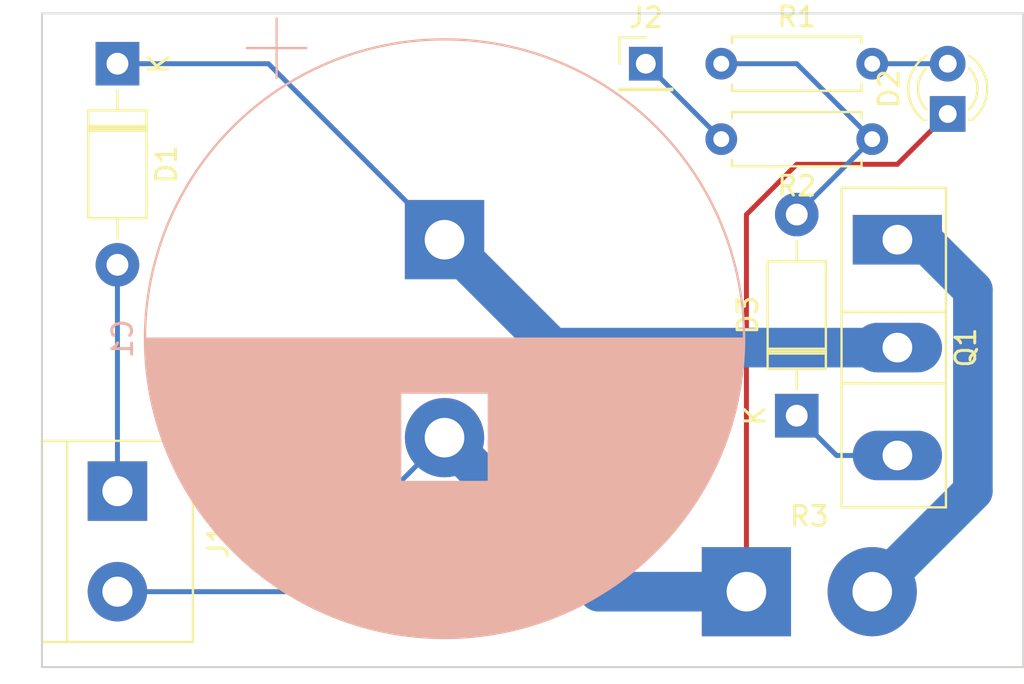
<source format=kicad_pcb>
(kicad_pcb (version 20171130) (host pcbnew "(5.1.4)-1")

  (general
    (thickness 1.6)
    (drawings 4)
    (tracks 24)
    (zones 0)
    (modules 10)
    (nets 9)
  )

  (page A4)
  (layers
    (0 F.Cu signal)
    (31 B.Cu signal)
    (32 B.Adhes user)
    (33 F.Adhes user)
    (34 B.Paste user)
    (35 F.Paste user)
    (36 B.SilkS user)
    (37 F.SilkS user)
    (38 B.Mask user)
    (39 F.Mask user)
    (40 Dwgs.User user)
    (41 Cmts.User user)
    (42 Eco1.User user)
    (43 Eco2.User user)
    (44 Edge.Cuts user)
    (45 Margin user)
    (46 B.CrtYd user)
    (47 F.CrtYd user)
    (48 B.Fab user)
    (49 F.Fab user)
  )

  (setup
    (last_trace_width 0.25)
    (user_trace_width 2)
    (trace_clearance 0.2)
    (zone_clearance 0.508)
    (zone_45_only no)
    (trace_min 0.2)
    (via_size 0.8)
    (via_drill 0.4)
    (via_min_size 0.4)
    (via_min_drill 0.3)
    (uvia_size 0.3)
    (uvia_drill 0.1)
    (uvias_allowed no)
    (uvia_min_size 0.2)
    (uvia_min_drill 0.1)
    (edge_width 0.1)
    (segment_width 0.2)
    (pcb_text_width 0.3)
    (pcb_text_size 1.5 1.5)
    (mod_edge_width 0.15)
    (mod_text_size 1 1)
    (mod_text_width 0.15)
    (pad_size 1.524 1.524)
    (pad_drill 0.762)
    (pad_to_mask_clearance 0)
    (aux_axis_origin 0 0)
    (visible_elements 7FFFFFFF)
    (pcbplotparams
      (layerselection 0x010fc_ffffffff)
      (usegerberextensions false)
      (usegerberattributes false)
      (usegerberadvancedattributes false)
      (creategerberjobfile false)
      (excludeedgelayer true)
      (linewidth 0.100000)
      (plotframeref false)
      (viasonmask false)
      (mode 1)
      (useauxorigin false)
      (hpglpennumber 1)
      (hpglpenspeed 20)
      (hpglpendiameter 15.000000)
      (psnegative false)
      (psa4output false)
      (plotreference true)
      (plotvalue true)
      (plotinvisibletext false)
      (padsonsilk false)
      (subtractmaskfromsilk false)
      (outputformat 1)
      (mirror false)
      (drillshape 1)
      (scaleselection 1)
      (outputdirectory ""))
  )

  (net 0 "")
  (net 1 GND)
  (net 2 "Net-(C1-Pad1)")
  (net 3 /RailPower+)
  (net 4 "Net-(D2-Pad2)")
  (net 5 "Net-(D3-Pad2)")
  (net 6 "Net-(D3-Pad1)")
  (net 7 /TriggerPower)
  (net 8 "Net-(Q1-Pad1)")

  (net_class Default "This is the default net class."
    (clearance 0.2)
    (trace_width 0.25)
    (via_dia 0.8)
    (via_drill 0.4)
    (uvia_dia 0.3)
    (uvia_drill 0.1)
    (add_net /RailPower+)
    (add_net /TriggerPower)
    (add_net GND)
    (add_net "Net-(C1-Pad1)")
    (add_net "Net-(D2-Pad2)")
    (add_net "Net-(D3-Pad1)")
    (add_net "Net-(D3-Pad2)")
    (add_net "Net-(Q1-Pad1)")
  )

  (module Package_TO_SOT_THT:TO-247-3_Vertical (layer F.Cu) (tedit 5AC86DC3) (tstamp 60B494BA)
    (at 148.59 97.79 270)
    (descr "TO-247-3, Vertical, RM 5.45mm, see https://toshiba.semicon-storage.com/us/product/mosfet/to-247-4l.html")
    (tags "TO-247-3 Vertical RM 5.45mm")
    (path /60A8CBFE)
    (fp_text reference Q1 (at 5.45 -3.45 90) (layer F.SilkS)
      (effects (font (size 1 1) (thickness 0.15)))
    )
    (fp_text value 70PT12DS (at 5.45 3.95 90) (layer F.Fab)
      (effects (font (size 1 1) (thickness 0.15)))
    )
    (fp_text user %R (at 5.45 -3.45 90) (layer F.Fab)
      (effects (font (size 1 1) (thickness 0.15)))
    )
    (fp_line (start 13.65 -2.59) (end -2.75 -2.59) (layer F.CrtYd) (width 0.05))
    (fp_line (start 13.65 2.95) (end 13.65 -2.59) (layer F.CrtYd) (width 0.05))
    (fp_line (start -2.75 2.95) (end 13.65 2.95) (layer F.CrtYd) (width 0.05))
    (fp_line (start -2.75 -2.59) (end -2.75 2.95) (layer F.CrtYd) (width 0.05))
    (fp_line (start 7.255 -2.451) (end 7.255 2.82) (layer F.SilkS) (width 0.12))
    (fp_line (start 3.646 -2.451) (end 3.646 2.82) (layer F.SilkS) (width 0.12))
    (fp_line (start 13.52 -2.451) (end 13.52 2.82) (layer F.SilkS) (width 0.12))
    (fp_line (start -2.62 -2.451) (end -2.62 2.82) (layer F.SilkS) (width 0.12))
    (fp_line (start -2.62 2.82) (end 13.52 2.82) (layer F.SilkS) (width 0.12))
    (fp_line (start -2.62 -2.451) (end 13.52 -2.451) (layer F.SilkS) (width 0.12))
    (fp_line (start 7.255 -2.33) (end 7.255 2.7) (layer F.Fab) (width 0.1))
    (fp_line (start 3.645 -2.33) (end 3.645 2.7) (layer F.Fab) (width 0.1))
    (fp_line (start 13.4 -2.33) (end -2.5 -2.33) (layer F.Fab) (width 0.1))
    (fp_line (start 13.4 2.7) (end 13.4 -2.33) (layer F.Fab) (width 0.1))
    (fp_line (start -2.5 2.7) (end 13.4 2.7) (layer F.Fab) (width 0.1))
    (fp_line (start -2.5 -2.33) (end -2.5 2.7) (layer F.Fab) (width 0.1))
    (pad 3 thru_hole oval (at 10.9 0 270) (size 2.5 4.5) (drill 1.5) (layers *.Cu *.Mask)
      (net 6 "Net-(D3-Pad1)"))
    (pad 2 thru_hole oval (at 5.45 0 270) (size 2.5 4.5) (drill 1.5) (layers *.Cu *.Mask)
      (net 2 "Net-(C1-Pad1)"))
    (pad 1 thru_hole rect (at 0 0 270) (size 2.5 4.5) (drill 1.5) (layers *.Cu *.Mask)
      (net 8 "Net-(Q1-Pad1)"))
    (model ${KISYS3DMOD}/Package_TO_SOT_THT.3dshapes/TO-247-3_Vertical.wrl
      (at (xyz 0 0 0))
      (scale (xyz 1 1 1))
      (rotate (xyz 0 0 0))
    )
  )

  (module Connector_Wire:SolderWirePad_1x02_P7.62mm_Drill2mm (layer F.Cu) (tedit 5AEE5F3D) (tstamp 60B494F3)
    (at 140.97 115.57)
    (descr "Wire solder connection")
    (tags connector)
    (path /60B48D7D)
    (attr virtual)
    (fp_text reference R3 (at 3.175 -3.81) (layer F.SilkS)
      (effects (font (size 1 1) (thickness 0.15)))
    )
    (fp_text value Rail (at 3.175 3.81) (layer F.Fab)
      (effects (font (size 1 1) (thickness 0.15)))
    )
    (fp_line (start 9.09 2.75) (end -2.75 2.75) (layer F.CrtYd) (width 0.05))
    (fp_line (start 9.09 2.75) (end 9.09 -2.75) (layer F.CrtYd) (width 0.05))
    (fp_line (start -2.75 -2.75) (end -2.75 2.75) (layer F.CrtYd) (width 0.05))
    (fp_line (start -2.75 -2.75) (end 9.09 -2.75) (layer F.CrtYd) (width 0.05))
    (fp_text user %R (at 3.175 0) (layer F.Fab)
      (effects (font (size 1 1) (thickness 0.15)))
    )
    (pad 2 thru_hole circle (at 6.35 0) (size 4.50088 4.50088) (drill 1.99898) (layers *.Cu *.Mask)
      (net 8 "Net-(Q1-Pad1)"))
    (pad 1 thru_hole rect (at 0 0) (size 4.50088 4.50088) (drill 1.99898) (layers *.Cu *.Mask)
      (net 1 GND))
  )

  (module Resistor_THT:R_Axial_DIN0207_L6.3mm_D2.5mm_P7.62mm_Horizontal (layer F.Cu) (tedit 5AE5139B) (tstamp 60B494E8)
    (at 147.32 92.71 180)
    (descr "Resistor, Axial_DIN0207 series, Axial, Horizontal, pin pitch=7.62mm, 0.25W = 1/4W, length*diameter=6.3*2.5mm^2, http://cdn-reichelt.de/documents/datenblatt/B400/1_4W%23YAG.pdf")
    (tags "Resistor Axial_DIN0207 series Axial Horizontal pin pitch 7.62mm 0.25W = 1/4W length 6.3mm diameter 2.5mm")
    (path /60B5919E)
    (fp_text reference R2 (at 3.81 -2.37) (layer F.SilkS)
      (effects (font (size 1 1) (thickness 0.15)))
    )
    (fp_text value 2.2K (at 3.81 2.37) (layer F.Fab)
      (effects (font (size 1 1) (thickness 0.15)))
    )
    (fp_text user %R (at 3.81 0) (layer F.Fab)
      (effects (font (size 1 1) (thickness 0.15)))
    )
    (fp_line (start 8.67 -1.5) (end -1.05 -1.5) (layer F.CrtYd) (width 0.05))
    (fp_line (start 8.67 1.5) (end 8.67 -1.5) (layer F.CrtYd) (width 0.05))
    (fp_line (start -1.05 1.5) (end 8.67 1.5) (layer F.CrtYd) (width 0.05))
    (fp_line (start -1.05 -1.5) (end -1.05 1.5) (layer F.CrtYd) (width 0.05))
    (fp_line (start 7.08 1.37) (end 7.08 1.04) (layer F.SilkS) (width 0.12))
    (fp_line (start 0.54 1.37) (end 7.08 1.37) (layer F.SilkS) (width 0.12))
    (fp_line (start 0.54 1.04) (end 0.54 1.37) (layer F.SilkS) (width 0.12))
    (fp_line (start 7.08 -1.37) (end 7.08 -1.04) (layer F.SilkS) (width 0.12))
    (fp_line (start 0.54 -1.37) (end 7.08 -1.37) (layer F.SilkS) (width 0.12))
    (fp_line (start 0.54 -1.04) (end 0.54 -1.37) (layer F.SilkS) (width 0.12))
    (fp_line (start 7.62 0) (end 6.96 0) (layer F.Fab) (width 0.1))
    (fp_line (start 0 0) (end 0.66 0) (layer F.Fab) (width 0.1))
    (fp_line (start 6.96 -1.25) (end 0.66 -1.25) (layer F.Fab) (width 0.1))
    (fp_line (start 6.96 1.25) (end 6.96 -1.25) (layer F.Fab) (width 0.1))
    (fp_line (start 0.66 1.25) (end 6.96 1.25) (layer F.Fab) (width 0.1))
    (fp_line (start 0.66 -1.25) (end 0.66 1.25) (layer F.Fab) (width 0.1))
    (pad 2 thru_hole oval (at 7.62 0 180) (size 1.6 1.6) (drill 0.8) (layers *.Cu *.Mask)
      (net 7 /TriggerPower))
    (pad 1 thru_hole circle (at 0 0 180) (size 1.6 1.6) (drill 0.8) (layers *.Cu *.Mask)
      (net 5 "Net-(D3-Pad2)"))
    (model ${KISYS3DMOD}/Resistor_THT.3dshapes/R_Axial_DIN0207_L6.3mm_D2.5mm_P7.62mm_Horizontal.wrl
      (at (xyz 0 0 0))
      (scale (xyz 1 1 1))
      (rotate (xyz 0 0 0))
    )
  )

  (module Resistor_THT:R_Axial_DIN0207_L6.3mm_D2.5mm_P7.62mm_Horizontal (layer F.Cu) (tedit 5AE5139B) (tstamp 60B494D1)
    (at 139.7 88.9)
    (descr "Resistor, Axial_DIN0207 series, Axial, Horizontal, pin pitch=7.62mm, 0.25W = 1/4W, length*diameter=6.3*2.5mm^2, http://cdn-reichelt.de/documents/datenblatt/B400/1_4W%23YAG.pdf")
    (tags "Resistor Axial_DIN0207 series Axial Horizontal pin pitch 7.62mm 0.25W = 1/4W length 6.3mm diameter 2.5mm")
    (path /5FB6F54D)
    (fp_text reference R1 (at 3.81 -2.37) (layer F.SilkS)
      (effects (font (size 1 1) (thickness 0.15)))
    )
    (fp_text value 2.2K (at 3.81 2.37) (layer F.Fab)
      (effects (font (size 1 1) (thickness 0.15)))
    )
    (fp_text user %R (at 3.81 0) (layer F.Fab)
      (effects (font (size 1 1) (thickness 0.15)))
    )
    (fp_line (start 8.67 -1.5) (end -1.05 -1.5) (layer F.CrtYd) (width 0.05))
    (fp_line (start 8.67 1.5) (end 8.67 -1.5) (layer F.CrtYd) (width 0.05))
    (fp_line (start -1.05 1.5) (end 8.67 1.5) (layer F.CrtYd) (width 0.05))
    (fp_line (start -1.05 -1.5) (end -1.05 1.5) (layer F.CrtYd) (width 0.05))
    (fp_line (start 7.08 1.37) (end 7.08 1.04) (layer F.SilkS) (width 0.12))
    (fp_line (start 0.54 1.37) (end 7.08 1.37) (layer F.SilkS) (width 0.12))
    (fp_line (start 0.54 1.04) (end 0.54 1.37) (layer F.SilkS) (width 0.12))
    (fp_line (start 7.08 -1.37) (end 7.08 -1.04) (layer F.SilkS) (width 0.12))
    (fp_line (start 0.54 -1.37) (end 7.08 -1.37) (layer F.SilkS) (width 0.12))
    (fp_line (start 0.54 -1.04) (end 0.54 -1.37) (layer F.SilkS) (width 0.12))
    (fp_line (start 7.62 0) (end 6.96 0) (layer F.Fab) (width 0.1))
    (fp_line (start 0 0) (end 0.66 0) (layer F.Fab) (width 0.1))
    (fp_line (start 6.96 -1.25) (end 0.66 -1.25) (layer F.Fab) (width 0.1))
    (fp_line (start 6.96 1.25) (end 6.96 -1.25) (layer F.Fab) (width 0.1))
    (fp_line (start 0.66 1.25) (end 6.96 1.25) (layer F.Fab) (width 0.1))
    (fp_line (start 0.66 -1.25) (end 0.66 1.25) (layer F.Fab) (width 0.1))
    (pad 2 thru_hole oval (at 7.62 0) (size 1.6 1.6) (drill 0.8) (layers *.Cu *.Mask)
      (net 4 "Net-(D2-Pad2)"))
    (pad 1 thru_hole circle (at 0 0) (size 1.6 1.6) (drill 0.8) (layers *.Cu *.Mask)
      (net 5 "Net-(D3-Pad2)"))
    (model ${KISYS3DMOD}/Resistor_THT.3dshapes/R_Axial_DIN0207_L6.3mm_D2.5mm_P7.62mm_Horizontal.wrl
      (at (xyz 0 0 0))
      (scale (xyz 1 1 1))
      (rotate (xyz 0 0 0))
    )
  )

  (module Connector_PinHeader_2.54mm:PinHeader_1x01_P2.54mm_Vertical (layer F.Cu) (tedit 59FED5CC) (tstamp 60B4949A)
    (at 135.89 88.9)
    (descr "Through hole straight pin header, 1x01, 2.54mm pitch, single row")
    (tags "Through hole pin header THT 1x01 2.54mm single row")
    (path /60B50223)
    (fp_text reference J2 (at 0 -2.33) (layer F.SilkS)
      (effects (font (size 1 1) (thickness 0.15)))
    )
    (fp_text value Trigger (at 0 2.33) (layer F.Fab)
      (effects (font (size 1 1) (thickness 0.15)))
    )
    (fp_text user %R (at 0 0 90) (layer F.Fab)
      (effects (font (size 1 1) (thickness 0.15)))
    )
    (fp_line (start 1.8 -1.8) (end -1.8 -1.8) (layer F.CrtYd) (width 0.05))
    (fp_line (start 1.8 1.8) (end 1.8 -1.8) (layer F.CrtYd) (width 0.05))
    (fp_line (start -1.8 1.8) (end 1.8 1.8) (layer F.CrtYd) (width 0.05))
    (fp_line (start -1.8 -1.8) (end -1.8 1.8) (layer F.CrtYd) (width 0.05))
    (fp_line (start -1.33 -1.33) (end 0 -1.33) (layer F.SilkS) (width 0.12))
    (fp_line (start -1.33 0) (end -1.33 -1.33) (layer F.SilkS) (width 0.12))
    (fp_line (start -1.33 1.27) (end 1.33 1.27) (layer F.SilkS) (width 0.12))
    (fp_line (start 1.33 1.27) (end 1.33 1.33) (layer F.SilkS) (width 0.12))
    (fp_line (start -1.33 1.27) (end -1.33 1.33) (layer F.SilkS) (width 0.12))
    (fp_line (start -1.33 1.33) (end 1.33 1.33) (layer F.SilkS) (width 0.12))
    (fp_line (start -1.27 -0.635) (end -0.635 -1.27) (layer F.Fab) (width 0.1))
    (fp_line (start -1.27 1.27) (end -1.27 -0.635) (layer F.Fab) (width 0.1))
    (fp_line (start 1.27 1.27) (end -1.27 1.27) (layer F.Fab) (width 0.1))
    (fp_line (start 1.27 -1.27) (end 1.27 1.27) (layer F.Fab) (width 0.1))
    (fp_line (start -0.635 -1.27) (end 1.27 -1.27) (layer F.Fab) (width 0.1))
    (pad 1 thru_hole rect (at 0 0) (size 1.7 1.7) (drill 1) (layers *.Cu *.Mask)
      (net 7 /TriggerPower))
    (model ${KISYS3DMOD}/Connector_PinHeader_2.54mm.3dshapes/PinHeader_1x01_P2.54mm_Vertical.wrl
      (at (xyz 0 0 0))
      (scale (xyz 1 1 1))
      (rotate (xyz 0 0 0))
    )
  )

  (module TerminalBlock:TerminalBlock_bornier-2_P5.08mm (layer F.Cu) (tedit 59FF03AB) (tstamp 60B49485)
    (at 109.22 110.49 270)
    (descr "simple 2-pin terminal block, pitch 5.08mm, revamped version of bornier2")
    (tags "terminal block bornier2")
    (path /5EEC620C)
    (fp_text reference J1 (at 2.54 -5.08 90) (layer F.SilkS)
      (effects (font (size 1 1) (thickness 0.15)))
    )
    (fp_text value "Coil Power" (at 2.54 5.08 90) (layer F.Fab)
      (effects (font (size 1 1) (thickness 0.15)))
    )
    (fp_line (start 7.79 4) (end -2.71 4) (layer F.CrtYd) (width 0.05))
    (fp_line (start 7.79 4) (end 7.79 -4) (layer F.CrtYd) (width 0.05))
    (fp_line (start -2.71 -4) (end -2.71 4) (layer F.CrtYd) (width 0.05))
    (fp_line (start -2.71 -4) (end 7.79 -4) (layer F.CrtYd) (width 0.05))
    (fp_line (start -2.54 3.81) (end 7.62 3.81) (layer F.SilkS) (width 0.12))
    (fp_line (start -2.54 -3.81) (end -2.54 3.81) (layer F.SilkS) (width 0.12))
    (fp_line (start 7.62 -3.81) (end -2.54 -3.81) (layer F.SilkS) (width 0.12))
    (fp_line (start 7.62 3.81) (end 7.62 -3.81) (layer F.SilkS) (width 0.12))
    (fp_line (start 7.62 2.54) (end -2.54 2.54) (layer F.SilkS) (width 0.12))
    (fp_line (start 7.54 -3.75) (end -2.46 -3.75) (layer F.Fab) (width 0.1))
    (fp_line (start 7.54 3.75) (end 7.54 -3.75) (layer F.Fab) (width 0.1))
    (fp_line (start -2.46 3.75) (end 7.54 3.75) (layer F.Fab) (width 0.1))
    (fp_line (start -2.46 -3.75) (end -2.46 3.75) (layer F.Fab) (width 0.1))
    (fp_line (start -2.41 2.55) (end 7.49 2.55) (layer F.Fab) (width 0.1))
    (fp_text user %R (at 2.54 0 90) (layer F.Fab)
      (effects (font (size 1 1) (thickness 0.15)))
    )
    (pad 2 thru_hole circle (at 5.08 0 270) (size 3 3) (drill 1.52) (layers *.Cu *.Mask)
      (net 1 GND))
    (pad 1 thru_hole rect (at 0 0 270) (size 3 3) (drill 1.52) (layers *.Cu *.Mask)
      (net 3 /RailPower+))
    (model ${KISYS3DMOD}/TerminalBlock.3dshapes/TerminalBlock_bornier-2_P5.08mm.wrl
      (offset (xyz 2.539999961853027 0 0))
      (scale (xyz 1 1 1))
      (rotate (xyz 0 0 0))
    )
  )

  (module Diode_THT:D_DO-41_SOD81_P10.16mm_Horizontal (layer F.Cu) (tedit 5AE50CD5) (tstamp 60B49470)
    (at 143.51 106.68 90)
    (descr "Diode, DO-41_SOD81 series, Axial, Horizontal, pin pitch=10.16mm, , length*diameter=5.2*2.7mm^2, , http://www.diodes.com/_files/packages/DO-41%20(Plastic).pdf")
    (tags "Diode DO-41_SOD81 series Axial Horizontal pin pitch 10.16mm  length 5.2mm diameter 2.7mm")
    (path /60AB2676)
    (fp_text reference D3 (at 5.08 -2.47 90) (layer F.SilkS)
      (effects (font (size 1 1) (thickness 0.15)))
    )
    (fp_text value 1N4007 (at 5.08 2.47 90) (layer F.Fab)
      (effects (font (size 1 1) (thickness 0.15)))
    )
    (fp_text user K (at 0 -2.1 90) (layer F.SilkS)
      (effects (font (size 1 1) (thickness 0.15)))
    )
    (fp_text user K (at 0 -2.1 90) (layer F.Fab)
      (effects (font (size 1 1) (thickness 0.15)))
    )
    (fp_text user %R (at 5.47 0 90) (layer F.Fab)
      (effects (font (size 1 1) (thickness 0.15)))
    )
    (fp_line (start 11.51 -1.6) (end -1.35 -1.6) (layer F.CrtYd) (width 0.05))
    (fp_line (start 11.51 1.6) (end 11.51 -1.6) (layer F.CrtYd) (width 0.05))
    (fp_line (start -1.35 1.6) (end 11.51 1.6) (layer F.CrtYd) (width 0.05))
    (fp_line (start -1.35 -1.6) (end -1.35 1.6) (layer F.CrtYd) (width 0.05))
    (fp_line (start 3.14 -1.47) (end 3.14 1.47) (layer F.SilkS) (width 0.12))
    (fp_line (start 3.38 -1.47) (end 3.38 1.47) (layer F.SilkS) (width 0.12))
    (fp_line (start 3.26 -1.47) (end 3.26 1.47) (layer F.SilkS) (width 0.12))
    (fp_line (start 8.82 0) (end 7.8 0) (layer F.SilkS) (width 0.12))
    (fp_line (start 1.34 0) (end 2.36 0) (layer F.SilkS) (width 0.12))
    (fp_line (start 7.8 -1.47) (end 2.36 -1.47) (layer F.SilkS) (width 0.12))
    (fp_line (start 7.8 1.47) (end 7.8 -1.47) (layer F.SilkS) (width 0.12))
    (fp_line (start 2.36 1.47) (end 7.8 1.47) (layer F.SilkS) (width 0.12))
    (fp_line (start 2.36 -1.47) (end 2.36 1.47) (layer F.SilkS) (width 0.12))
    (fp_line (start 3.16 -1.35) (end 3.16 1.35) (layer F.Fab) (width 0.1))
    (fp_line (start 3.36 -1.35) (end 3.36 1.35) (layer F.Fab) (width 0.1))
    (fp_line (start 3.26 -1.35) (end 3.26 1.35) (layer F.Fab) (width 0.1))
    (fp_line (start 10.16 0) (end 7.68 0) (layer F.Fab) (width 0.1))
    (fp_line (start 0 0) (end 2.48 0) (layer F.Fab) (width 0.1))
    (fp_line (start 7.68 -1.35) (end 2.48 -1.35) (layer F.Fab) (width 0.1))
    (fp_line (start 7.68 1.35) (end 7.68 -1.35) (layer F.Fab) (width 0.1))
    (fp_line (start 2.48 1.35) (end 7.68 1.35) (layer F.Fab) (width 0.1))
    (fp_line (start 2.48 -1.35) (end 2.48 1.35) (layer F.Fab) (width 0.1))
    (pad 2 thru_hole oval (at 10.16 0 90) (size 2.2 2.2) (drill 1.1) (layers *.Cu *.Mask)
      (net 5 "Net-(D3-Pad2)"))
    (pad 1 thru_hole rect (at 0 0 90) (size 2.2 2.2) (drill 1.1) (layers *.Cu *.Mask)
      (net 6 "Net-(D3-Pad1)"))
    (model ${KISYS3DMOD}/Diode_THT.3dshapes/D_DO-41_SOD81_P10.16mm_Horizontal.wrl
      (at (xyz 0 0 0))
      (scale (xyz 1 1 1))
      (rotate (xyz 0 0 0))
    )
  )

  (module LED_THT:LED_D3.0mm_FlatTop (layer F.Cu) (tedit 5880A862) (tstamp 60B49451)
    (at 151.13 91.44 90)
    (descr "LED, Round, FlatTop, diameter 3.0mm, 2 pins, http://www.kingbright.com/attachments/file/psearch/000/00/00/L-47XEC(Ver.9A).pdf")
    (tags "LED Round FlatTop diameter 3.0mm 2 pins")
    (path /5FC76E70)
    (fp_text reference D2 (at 1.27 -2.96 90) (layer F.SilkS)
      (effects (font (size 1 1) (thickness 0.15)))
    )
    (fp_text value LED (at 1.27 2.96 90) (layer F.Fab)
      (effects (font (size 1 1) (thickness 0.15)))
    )
    (fp_line (start 3.7 -2.25) (end -1.15 -2.25) (layer F.CrtYd) (width 0.05))
    (fp_line (start 3.7 2.25) (end 3.7 -2.25) (layer F.CrtYd) (width 0.05))
    (fp_line (start -1.15 2.25) (end 3.7 2.25) (layer F.CrtYd) (width 0.05))
    (fp_line (start -1.15 -2.25) (end -1.15 2.25) (layer F.CrtYd) (width 0.05))
    (fp_line (start -0.29 1.08) (end -0.29 1.236) (layer F.SilkS) (width 0.12))
    (fp_line (start -0.29 -1.236) (end -0.29 -1.08) (layer F.SilkS) (width 0.12))
    (fp_line (start -0.23 -1.16619) (end -0.23 1.16619) (layer F.Fab) (width 0.1))
    (fp_circle (center 1.27 0) (end 2.77 0) (layer F.Fab) (width 0.1))
    (fp_arc (start 1.27 0) (end 0.229039 1.08) (angle -87.9) (layer F.SilkS) (width 0.12))
    (fp_arc (start 1.27 0) (end 0.229039 -1.08) (angle 87.9) (layer F.SilkS) (width 0.12))
    (fp_arc (start 1.27 0) (end -0.29 1.235516) (angle -108.8) (layer F.SilkS) (width 0.12))
    (fp_arc (start 1.27 0) (end -0.29 -1.235516) (angle 108.8) (layer F.SilkS) (width 0.12))
    (fp_arc (start 1.27 0) (end -0.23 -1.16619) (angle 284.3) (layer F.Fab) (width 0.1))
    (pad 2 thru_hole circle (at 2.54 0 90) (size 1.8 1.8) (drill 0.9) (layers *.Cu *.Mask)
      (net 4 "Net-(D2-Pad2)"))
    (pad 1 thru_hole rect (at 0 0 90) (size 1.8 1.8) (drill 0.9) (layers *.Cu *.Mask)
      (net 1 GND))
    (model ${KISYS3DMOD}/LED_THT.3dshapes/LED_D3.0mm_FlatTop.wrl
      (at (xyz 0 0 0))
      (scale (xyz 1 1 1))
      (rotate (xyz 0 0 0))
    )
  )

  (module Diode_THT:D_DO-41_SOD81_P10.16mm_Horizontal (layer F.Cu) (tedit 5AE50CD5) (tstamp 60B4943E)
    (at 109.22 88.9 270)
    (descr "Diode, DO-41_SOD81 series, Axial, Horizontal, pin pitch=10.16mm, , length*diameter=5.2*2.7mm^2, , http://www.diodes.com/_files/packages/DO-41%20(Plastic).pdf")
    (tags "Diode DO-41_SOD81 series Axial Horizontal pin pitch 10.16mm  length 5.2mm diameter 2.7mm")
    (path /60A98C35)
    (fp_text reference D1 (at 5.08 -2.47 90) (layer F.SilkS)
      (effects (font (size 1 1) (thickness 0.15)))
    )
    (fp_text value 1N4007 (at 5.08 2.47 90) (layer F.Fab)
      (effects (font (size 1 1) (thickness 0.15)))
    )
    (fp_text user K (at 0 -2.1 90) (layer F.SilkS)
      (effects (font (size 1 1) (thickness 0.15)))
    )
    (fp_text user K (at 0 -2.1 90) (layer F.Fab)
      (effects (font (size 1 1) (thickness 0.15)))
    )
    (fp_text user %R (at 5.47 0 90) (layer F.Fab)
      (effects (font (size 1 1) (thickness 0.15)))
    )
    (fp_line (start 11.51 -1.6) (end -1.35 -1.6) (layer F.CrtYd) (width 0.05))
    (fp_line (start 11.51 1.6) (end 11.51 -1.6) (layer F.CrtYd) (width 0.05))
    (fp_line (start -1.35 1.6) (end 11.51 1.6) (layer F.CrtYd) (width 0.05))
    (fp_line (start -1.35 -1.6) (end -1.35 1.6) (layer F.CrtYd) (width 0.05))
    (fp_line (start 3.14 -1.47) (end 3.14 1.47) (layer F.SilkS) (width 0.12))
    (fp_line (start 3.38 -1.47) (end 3.38 1.47) (layer F.SilkS) (width 0.12))
    (fp_line (start 3.26 -1.47) (end 3.26 1.47) (layer F.SilkS) (width 0.12))
    (fp_line (start 8.82 0) (end 7.8 0) (layer F.SilkS) (width 0.12))
    (fp_line (start 1.34 0) (end 2.36 0) (layer F.SilkS) (width 0.12))
    (fp_line (start 7.8 -1.47) (end 2.36 -1.47) (layer F.SilkS) (width 0.12))
    (fp_line (start 7.8 1.47) (end 7.8 -1.47) (layer F.SilkS) (width 0.12))
    (fp_line (start 2.36 1.47) (end 7.8 1.47) (layer F.SilkS) (width 0.12))
    (fp_line (start 2.36 -1.47) (end 2.36 1.47) (layer F.SilkS) (width 0.12))
    (fp_line (start 3.16 -1.35) (end 3.16 1.35) (layer F.Fab) (width 0.1))
    (fp_line (start 3.36 -1.35) (end 3.36 1.35) (layer F.Fab) (width 0.1))
    (fp_line (start 3.26 -1.35) (end 3.26 1.35) (layer F.Fab) (width 0.1))
    (fp_line (start 10.16 0) (end 7.68 0) (layer F.Fab) (width 0.1))
    (fp_line (start 0 0) (end 2.48 0) (layer F.Fab) (width 0.1))
    (fp_line (start 7.68 -1.35) (end 2.48 -1.35) (layer F.Fab) (width 0.1))
    (fp_line (start 7.68 1.35) (end 7.68 -1.35) (layer F.Fab) (width 0.1))
    (fp_line (start 2.48 1.35) (end 7.68 1.35) (layer F.Fab) (width 0.1))
    (fp_line (start 2.48 -1.35) (end 2.48 1.35) (layer F.Fab) (width 0.1))
    (pad 2 thru_hole oval (at 10.16 0 270) (size 2.2 2.2) (drill 1.1) (layers *.Cu *.Mask)
      (net 3 /RailPower+))
    (pad 1 thru_hole rect (at 0 0 270) (size 2.2 2.2) (drill 1.1) (layers *.Cu *.Mask)
      (net 2 "Net-(C1-Pad1)"))
    (model ${KISYS3DMOD}/Diode_THT.3dshapes/D_DO-41_SOD81_P10.16mm_Horizontal.wrl
      (at (xyz 0 0 0))
      (scale (xyz 1 1 1))
      (rotate (xyz 0 0 0))
    )
  )

  (module Capacitor_THT:CP_Radial_D30.0mm_P10.00mm_SnapIn (layer B.Cu) (tedit 5AE50EF1) (tstamp 60B4941F)
    (at 125.73 97.79 270)
    (descr "CP, Radial series, Radial, pin pitch=10.00mm, , diameter=30mm, Electrolytic Capacitor, , http://www.vishay.com/docs/28342/058059pll-si.pdf")
    (tags "CP Radial series Radial pin pitch 10.00mm  diameter 30mm Electrolytic Capacitor")
    (path /5FB37B3C)
    (fp_text reference C1 (at 5 16.25 270) (layer B.SilkS)
      (effects (font (size 1 1) (thickness 0.15)) (justify mirror))
    )
    (fp_text value "1000uF 450V" (at 5 -16.25 270) (layer B.Fab)
      (effects (font (size 1 1) (thickness 0.15)) (justify mirror))
    )
    (fp_text user %R (at 5 0 270) (layer B.Fab)
      (effects (font (size 1 1) (thickness 0.15)) (justify mirror))
    )
    (fp_line (start -9.679131 9.975) (end -9.679131 6.975) (layer B.SilkS) (width 0.12))
    (fp_line (start -11.179131 8.475) (end -8.179131 8.475) (layer B.SilkS) (width 0.12))
    (fp_line (start 20.12 0.04) (end 20.12 -0.04) (layer B.SilkS) (width 0.12))
    (fp_line (start 20.08 1.06) (end 20.08 -1.06) (layer B.SilkS) (width 0.12))
    (fp_line (start 20.04 1.514) (end 20.04 -1.514) (layer B.SilkS) (width 0.12))
    (fp_line (start 20 1.862) (end 20 -1.862) (layer B.SilkS) (width 0.12))
    (fp_line (start 19.96 2.154) (end 19.96 -2.154) (layer B.SilkS) (width 0.12))
    (fp_line (start 19.92 2.412) (end 19.92 -2.412) (layer B.SilkS) (width 0.12))
    (fp_line (start 19.88 2.644) (end 19.88 -2.644) (layer B.SilkS) (width 0.12))
    (fp_line (start 19.84 2.857) (end 19.84 -2.857) (layer B.SilkS) (width 0.12))
    (fp_line (start 19.8 3.055) (end 19.8 -3.055) (layer B.SilkS) (width 0.12))
    (fp_line (start 19.76 3.24) (end 19.76 -3.24) (layer B.SilkS) (width 0.12))
    (fp_line (start 19.72 3.415) (end 19.72 -3.415) (layer B.SilkS) (width 0.12))
    (fp_line (start 19.68 3.582) (end 19.68 -3.582) (layer B.SilkS) (width 0.12))
    (fp_line (start 19.64 3.74) (end 19.64 -3.74) (layer B.SilkS) (width 0.12))
    (fp_line (start 19.6 3.892) (end 19.6 -3.892) (layer B.SilkS) (width 0.12))
    (fp_line (start 19.56 4.037) (end 19.56 -4.037) (layer B.SilkS) (width 0.12))
    (fp_line (start 19.52 4.178) (end 19.52 -4.178) (layer B.SilkS) (width 0.12))
    (fp_line (start 19.48 4.313) (end 19.48 -4.313) (layer B.SilkS) (width 0.12))
    (fp_line (start 19.44 4.444) (end 19.44 -4.444) (layer B.SilkS) (width 0.12))
    (fp_line (start 19.4 4.571) (end 19.4 -4.571) (layer B.SilkS) (width 0.12))
    (fp_line (start 19.36 4.694) (end 19.36 -4.694) (layer B.SilkS) (width 0.12))
    (fp_line (start 19.32 4.814) (end 19.32 -4.814) (layer B.SilkS) (width 0.12))
    (fp_line (start 19.28 4.93) (end 19.28 -4.93) (layer B.SilkS) (width 0.12))
    (fp_line (start 19.24 5.043) (end 19.24 -5.043) (layer B.SilkS) (width 0.12))
    (fp_line (start 19.2 5.154) (end 19.2 -5.154) (layer B.SilkS) (width 0.12))
    (fp_line (start 19.16 5.262) (end 19.16 -5.262) (layer B.SilkS) (width 0.12))
    (fp_line (start 19.12 5.368) (end 19.12 -5.368) (layer B.SilkS) (width 0.12))
    (fp_line (start 19.08 5.471) (end 19.08 -5.471) (layer B.SilkS) (width 0.12))
    (fp_line (start 19.04 5.572) (end 19.04 -5.572) (layer B.SilkS) (width 0.12))
    (fp_line (start 19 5.671) (end 19 -5.671) (layer B.SilkS) (width 0.12))
    (fp_line (start 18.96 5.768) (end 18.96 -5.768) (layer B.SilkS) (width 0.12))
    (fp_line (start 18.92 5.864) (end 18.92 -5.864) (layer B.SilkS) (width 0.12))
    (fp_line (start 18.88 5.957) (end 18.88 -5.957) (layer B.SilkS) (width 0.12))
    (fp_line (start 18.84 6.049) (end 18.84 -6.049) (layer B.SilkS) (width 0.12))
    (fp_line (start 18.8 6.139) (end 18.8 -6.139) (layer B.SilkS) (width 0.12))
    (fp_line (start 18.76 6.228) (end 18.76 -6.228) (layer B.SilkS) (width 0.12))
    (fp_line (start 18.72 6.315) (end 18.72 -6.315) (layer B.SilkS) (width 0.12))
    (fp_line (start 18.68 6.4) (end 18.68 -6.4) (layer B.SilkS) (width 0.12))
    (fp_line (start 18.64 6.485) (end 18.64 -6.485) (layer B.SilkS) (width 0.12))
    (fp_line (start 18.6 6.568) (end 18.6 -6.568) (layer B.SilkS) (width 0.12))
    (fp_line (start 18.56 6.649) (end 18.56 -6.649) (layer B.SilkS) (width 0.12))
    (fp_line (start 18.52 6.73) (end 18.52 -6.73) (layer B.SilkS) (width 0.12))
    (fp_line (start 18.48 6.809) (end 18.48 -6.809) (layer B.SilkS) (width 0.12))
    (fp_line (start 18.44 6.887) (end 18.44 -6.887) (layer B.SilkS) (width 0.12))
    (fp_line (start 18.4 6.964) (end 18.4 -6.964) (layer B.SilkS) (width 0.12))
    (fp_line (start 18.36 7.04) (end 18.36 -7.04) (layer B.SilkS) (width 0.12))
    (fp_line (start 18.32 7.115) (end 18.32 -7.115) (layer B.SilkS) (width 0.12))
    (fp_line (start 18.28 7.189) (end 18.28 -7.189) (layer B.SilkS) (width 0.12))
    (fp_line (start 18.24 7.262) (end 18.24 -7.262) (layer B.SilkS) (width 0.12))
    (fp_line (start 18.2 7.334) (end 18.2 -7.334) (layer B.SilkS) (width 0.12))
    (fp_line (start 18.16 7.406) (end 18.16 -7.406) (layer B.SilkS) (width 0.12))
    (fp_line (start 18.12 7.476) (end 18.12 -7.476) (layer B.SilkS) (width 0.12))
    (fp_line (start 18.08 7.545) (end 18.08 -7.545) (layer B.SilkS) (width 0.12))
    (fp_line (start 18.04 7.614) (end 18.04 -7.614) (layer B.SilkS) (width 0.12))
    (fp_line (start 18 7.682) (end 18 -7.682) (layer B.SilkS) (width 0.12))
    (fp_line (start 17.96 7.748) (end 17.96 -7.748) (layer B.SilkS) (width 0.12))
    (fp_line (start 17.92 7.815) (end 17.92 -7.815) (layer B.SilkS) (width 0.12))
    (fp_line (start 17.88 7.88) (end 17.88 -7.88) (layer B.SilkS) (width 0.12))
    (fp_line (start 17.84 7.945) (end 17.84 -7.945) (layer B.SilkS) (width 0.12))
    (fp_line (start 17.8 8.009) (end 17.8 -8.009) (layer B.SilkS) (width 0.12))
    (fp_line (start 17.76 8.072) (end 17.76 -8.072) (layer B.SilkS) (width 0.12))
    (fp_line (start 17.72 8.135) (end 17.72 -8.135) (layer B.SilkS) (width 0.12))
    (fp_line (start 17.68 8.197) (end 17.68 -8.197) (layer B.SilkS) (width 0.12))
    (fp_line (start 17.64 8.258) (end 17.64 -8.258) (layer B.SilkS) (width 0.12))
    (fp_line (start 17.6 8.318) (end 17.6 -8.318) (layer B.SilkS) (width 0.12))
    (fp_line (start 17.56 8.378) (end 17.56 -8.378) (layer B.SilkS) (width 0.12))
    (fp_line (start 17.52 8.438) (end 17.52 -8.438) (layer B.SilkS) (width 0.12))
    (fp_line (start 17.48 8.497) (end 17.48 -8.497) (layer B.SilkS) (width 0.12))
    (fp_line (start 17.44 8.555) (end 17.44 -8.555) (layer B.SilkS) (width 0.12))
    (fp_line (start 17.4 8.612) (end 17.4 -8.612) (layer B.SilkS) (width 0.12))
    (fp_line (start 17.36 8.669) (end 17.36 -8.669) (layer B.SilkS) (width 0.12))
    (fp_line (start 17.32 8.726) (end 17.32 -8.726) (layer B.SilkS) (width 0.12))
    (fp_line (start 17.28 8.782) (end 17.28 -8.782) (layer B.SilkS) (width 0.12))
    (fp_line (start 17.24 8.837) (end 17.24 -8.837) (layer B.SilkS) (width 0.12))
    (fp_line (start 17.2 8.892) (end 17.2 -8.892) (layer B.SilkS) (width 0.12))
    (fp_line (start 17.16 8.947) (end 17.16 -8.947) (layer B.SilkS) (width 0.12))
    (fp_line (start 17.12 9) (end 17.12 -9) (layer B.SilkS) (width 0.12))
    (fp_line (start 17.08 9.054) (end 17.08 -9.054) (layer B.SilkS) (width 0.12))
    (fp_line (start 17.04 9.107) (end 17.04 -9.107) (layer B.SilkS) (width 0.12))
    (fp_line (start 17 9.159) (end 17 -9.159) (layer B.SilkS) (width 0.12))
    (fp_line (start 16.96 9.211) (end 16.96 -9.211) (layer B.SilkS) (width 0.12))
    (fp_line (start 16.92 9.263) (end 16.92 -9.263) (layer B.SilkS) (width 0.12))
    (fp_line (start 16.88 9.314) (end 16.88 -9.314) (layer B.SilkS) (width 0.12))
    (fp_line (start 16.84 9.364) (end 16.84 -9.364) (layer B.SilkS) (width 0.12))
    (fp_line (start 16.8 9.414) (end 16.8 -9.414) (layer B.SilkS) (width 0.12))
    (fp_line (start 16.76 9.464) (end 16.76 -9.464) (layer B.SilkS) (width 0.12))
    (fp_line (start 16.72 9.513) (end 16.72 -9.513) (layer B.SilkS) (width 0.12))
    (fp_line (start 16.68 9.562) (end 16.68 -9.562) (layer B.SilkS) (width 0.12))
    (fp_line (start 16.64 9.611) (end 16.64 -9.611) (layer B.SilkS) (width 0.12))
    (fp_line (start 16.6 9.659) (end 16.6 -9.659) (layer B.SilkS) (width 0.12))
    (fp_line (start 16.56 9.706) (end 16.56 -9.706) (layer B.SilkS) (width 0.12))
    (fp_line (start 16.52 9.754) (end 16.52 -9.754) (layer B.SilkS) (width 0.12))
    (fp_line (start 16.48 9.8) (end 16.48 -9.8) (layer B.SilkS) (width 0.12))
    (fp_line (start 16.44 9.847) (end 16.44 -9.847) (layer B.SilkS) (width 0.12))
    (fp_line (start 16.4 9.893) (end 16.4 -9.893) (layer B.SilkS) (width 0.12))
    (fp_line (start 16.36 9.939) (end 16.36 -9.939) (layer B.SilkS) (width 0.12))
    (fp_line (start 16.32 9.984) (end 16.32 -9.984) (layer B.SilkS) (width 0.12))
    (fp_line (start 16.28 10.029) (end 16.28 -10.029) (layer B.SilkS) (width 0.12))
    (fp_line (start 16.24 10.074) (end 16.24 -10.074) (layer B.SilkS) (width 0.12))
    (fp_line (start 16.2 10.118) (end 16.2 -10.118) (layer B.SilkS) (width 0.12))
    (fp_line (start 16.16 10.162) (end 16.16 -10.162) (layer B.SilkS) (width 0.12))
    (fp_line (start 16.12 10.205) (end 16.12 -10.205) (layer B.SilkS) (width 0.12))
    (fp_line (start 16.08 10.249) (end 16.08 -10.249) (layer B.SilkS) (width 0.12))
    (fp_line (start 16.04 10.292) (end 16.04 -10.292) (layer B.SilkS) (width 0.12))
    (fp_line (start 16 10.334) (end 16 -10.334) (layer B.SilkS) (width 0.12))
    (fp_line (start 15.96 10.376) (end 15.96 -10.376) (layer B.SilkS) (width 0.12))
    (fp_line (start 15.92 10.418) (end 15.92 -10.418) (layer B.SilkS) (width 0.12))
    (fp_line (start 15.88 10.46) (end 15.88 -10.46) (layer B.SilkS) (width 0.12))
    (fp_line (start 15.84 10.501) (end 15.84 -10.501) (layer B.SilkS) (width 0.12))
    (fp_line (start 15.8 10.542) (end 15.8 -10.542) (layer B.SilkS) (width 0.12))
    (fp_line (start 15.76 10.583) (end 15.76 -10.583) (layer B.SilkS) (width 0.12))
    (fp_line (start 15.72 10.623) (end 15.72 -10.623) (layer B.SilkS) (width 0.12))
    (fp_line (start 15.68 10.663) (end 15.68 -10.663) (layer B.SilkS) (width 0.12))
    (fp_line (start 15.64 10.703) (end 15.64 -10.703) (layer B.SilkS) (width 0.12))
    (fp_line (start 15.6 10.743) (end 15.6 -10.743) (layer B.SilkS) (width 0.12))
    (fp_line (start 15.56 10.782) (end 15.56 -10.782) (layer B.SilkS) (width 0.12))
    (fp_line (start 15.52 10.821) (end 15.52 -10.821) (layer B.SilkS) (width 0.12))
    (fp_line (start 15.48 10.859) (end 15.48 -10.859) (layer B.SilkS) (width 0.12))
    (fp_line (start 15.44 10.898) (end 15.44 -10.898) (layer B.SilkS) (width 0.12))
    (fp_line (start 15.4 10.936) (end 15.4 -10.936) (layer B.SilkS) (width 0.12))
    (fp_line (start 15.36 10.973) (end 15.36 -10.973) (layer B.SilkS) (width 0.12))
    (fp_line (start 15.32 11.011) (end 15.32 -11.011) (layer B.SilkS) (width 0.12))
    (fp_line (start 15.28 11.048) (end 15.28 -11.048) (layer B.SilkS) (width 0.12))
    (fp_line (start 15.24 11.085) (end 15.24 -11.085) (layer B.SilkS) (width 0.12))
    (fp_line (start 15.2 11.122) (end 15.2 -11.122) (layer B.SilkS) (width 0.12))
    (fp_line (start 15.16 11.158) (end 15.16 -11.158) (layer B.SilkS) (width 0.12))
    (fp_line (start 15.12 11.194) (end 15.12 -11.194) (layer B.SilkS) (width 0.12))
    (fp_line (start 15.08 11.23) (end 15.08 -11.23) (layer B.SilkS) (width 0.12))
    (fp_line (start 15.04 11.266) (end 15.04 -11.266) (layer B.SilkS) (width 0.12))
    (fp_line (start 15 11.301) (end 15 -11.301) (layer B.SilkS) (width 0.12))
    (fp_line (start 14.96 11.336) (end 14.96 -11.336) (layer B.SilkS) (width 0.12))
    (fp_line (start 14.92 11.371) (end 14.92 -11.371) (layer B.SilkS) (width 0.12))
    (fp_line (start 14.88 11.406) (end 14.88 -11.406) (layer B.SilkS) (width 0.12))
    (fp_line (start 14.84 11.44) (end 14.84 -11.44) (layer B.SilkS) (width 0.12))
    (fp_line (start 14.8 11.475) (end 14.8 -11.475) (layer B.SilkS) (width 0.12))
    (fp_line (start 14.76 11.509) (end 14.76 -11.509) (layer B.SilkS) (width 0.12))
    (fp_line (start 14.72 11.542) (end 14.72 -11.542) (layer B.SilkS) (width 0.12))
    (fp_line (start 14.68 11.576) (end 14.68 -11.576) (layer B.SilkS) (width 0.12))
    (fp_line (start 14.64 11.609) (end 14.64 -11.609) (layer B.SilkS) (width 0.12))
    (fp_line (start 14.6 11.642) (end 14.6 -11.642) (layer B.SilkS) (width 0.12))
    (fp_line (start 14.56 11.675) (end 14.56 -11.675) (layer B.SilkS) (width 0.12))
    (fp_line (start 14.52 11.707) (end 14.52 -11.707) (layer B.SilkS) (width 0.12))
    (fp_line (start 14.48 11.739) (end 14.48 -11.739) (layer B.SilkS) (width 0.12))
    (fp_line (start 14.44 11.772) (end 14.44 -11.772) (layer B.SilkS) (width 0.12))
    (fp_line (start 14.4 11.803) (end 14.4 -11.803) (layer B.SilkS) (width 0.12))
    (fp_line (start 14.36 11.835) (end 14.36 -11.835) (layer B.SilkS) (width 0.12))
    (fp_line (start 14.32 11.866) (end 14.32 -11.866) (layer B.SilkS) (width 0.12))
    (fp_line (start 14.28 11.898) (end 14.28 -11.898) (layer B.SilkS) (width 0.12))
    (fp_line (start 14.24 11.929) (end 14.24 -11.929) (layer B.SilkS) (width 0.12))
    (fp_line (start 14.2 11.959) (end 14.2 -11.959) (layer B.SilkS) (width 0.12))
    (fp_line (start 14.16 11.99) (end 14.16 -11.99) (layer B.SilkS) (width 0.12))
    (fp_line (start 14.12 12.02) (end 14.12 -12.02) (layer B.SilkS) (width 0.12))
    (fp_line (start 14.08 12.05) (end 14.08 -12.05) (layer B.SilkS) (width 0.12))
    (fp_line (start 14.04 12.08) (end 14.04 -12.08) (layer B.SilkS) (width 0.12))
    (fp_line (start 14 12.11) (end 14 -12.11) (layer B.SilkS) (width 0.12))
    (fp_line (start 13.96 12.14) (end 13.96 -12.14) (layer B.SilkS) (width 0.12))
    (fp_line (start 13.92 12.169) (end 13.92 -12.169) (layer B.SilkS) (width 0.12))
    (fp_line (start 13.88 12.198) (end 13.88 -12.198) (layer B.SilkS) (width 0.12))
    (fp_line (start 13.84 12.227) (end 13.84 -12.227) (layer B.SilkS) (width 0.12))
    (fp_line (start 13.8 12.256) (end 13.8 -12.256) (layer B.SilkS) (width 0.12))
    (fp_line (start 13.76 12.284) (end 13.76 -12.284) (layer B.SilkS) (width 0.12))
    (fp_line (start 13.72 12.313) (end 13.72 -12.313) (layer B.SilkS) (width 0.12))
    (fp_line (start 13.68 12.341) (end 13.68 -12.341) (layer B.SilkS) (width 0.12))
    (fp_line (start 13.64 12.369) (end 13.64 -12.369) (layer B.SilkS) (width 0.12))
    (fp_line (start 13.6 12.397) (end 13.6 -12.397) (layer B.SilkS) (width 0.12))
    (fp_line (start 13.56 12.424) (end 13.56 -12.424) (layer B.SilkS) (width 0.12))
    (fp_line (start 13.52 12.451) (end 13.52 -12.451) (layer B.SilkS) (width 0.12))
    (fp_line (start 13.48 12.479) (end 13.48 -12.479) (layer B.SilkS) (width 0.12))
    (fp_line (start 13.44 12.506) (end 13.44 -12.506) (layer B.SilkS) (width 0.12))
    (fp_line (start 13.4 12.532) (end 13.4 -12.532) (layer B.SilkS) (width 0.12))
    (fp_line (start 13.36 12.559) (end 13.36 -12.559) (layer B.SilkS) (width 0.12))
    (fp_line (start 13.32 12.586) (end 13.32 -12.586) (layer B.SilkS) (width 0.12))
    (fp_line (start 13.28 12.612) (end 13.28 -12.612) (layer B.SilkS) (width 0.12))
    (fp_line (start 13.24 12.638) (end 13.24 -12.638) (layer B.SilkS) (width 0.12))
    (fp_line (start 13.2 12.664) (end 13.2 -12.664) (layer B.SilkS) (width 0.12))
    (fp_line (start 13.161 12.69) (end 13.161 -12.69) (layer B.SilkS) (width 0.12))
    (fp_line (start 13.121 12.715) (end 13.121 -12.715) (layer B.SilkS) (width 0.12))
    (fp_line (start 13.081 12.74) (end 13.081 -12.74) (layer B.SilkS) (width 0.12))
    (fp_line (start 13.041 12.766) (end 13.041 -12.766) (layer B.SilkS) (width 0.12))
    (fp_line (start 13.001 12.791) (end 13.001 -12.791) (layer B.SilkS) (width 0.12))
    (fp_line (start 12.961 12.816) (end 12.961 -12.816) (layer B.SilkS) (width 0.12))
    (fp_line (start 12.921 12.84) (end 12.921 -12.84) (layer B.SilkS) (width 0.12))
    (fp_line (start 12.881 12.865) (end 12.881 -12.865) (layer B.SilkS) (width 0.12))
    (fp_line (start 12.841 12.889) (end 12.841 -12.889) (layer B.SilkS) (width 0.12))
    (fp_line (start 12.801 12.913) (end 12.801 -12.913) (layer B.SilkS) (width 0.12))
    (fp_line (start 12.761 12.937) (end 12.761 -12.937) (layer B.SilkS) (width 0.12))
    (fp_line (start 12.721 12.961) (end 12.721 -12.961) (layer B.SilkS) (width 0.12))
    (fp_line (start 12.681 12.985) (end 12.681 -12.985) (layer B.SilkS) (width 0.12))
    (fp_line (start 12.641 13.008) (end 12.641 -13.008) (layer B.SilkS) (width 0.12))
    (fp_line (start 12.601 13.032) (end 12.601 -13.032) (layer B.SilkS) (width 0.12))
    (fp_line (start 12.561 13.055) (end 12.561 -13.055) (layer B.SilkS) (width 0.12))
    (fp_line (start 12.521 13.078) (end 12.521 -13.078) (layer B.SilkS) (width 0.12))
    (fp_line (start 12.481 13.101) (end 12.481 -13.101) (layer B.SilkS) (width 0.12))
    (fp_line (start 12.441 13.123) (end 12.441 -13.123) (layer B.SilkS) (width 0.12))
    (fp_line (start 12.401 13.146) (end 12.401 -13.146) (layer B.SilkS) (width 0.12))
    (fp_line (start 12.361 13.168) (end 12.361 -13.168) (layer B.SilkS) (width 0.12))
    (fp_line (start 12.321 13.19) (end 12.321 -13.19) (layer B.SilkS) (width 0.12))
    (fp_line (start 12.281 13.213) (end 12.281 -13.213) (layer B.SilkS) (width 0.12))
    (fp_line (start 12.241 13.234) (end 12.241 -13.234) (layer B.SilkS) (width 0.12))
    (fp_line (start 12.201 -2.24) (end 12.201 -13.256) (layer B.SilkS) (width 0.12))
    (fp_line (start 12.201 13.256) (end 12.201 2.24) (layer B.SilkS) (width 0.12))
    (fp_line (start 12.161 -2.24) (end 12.161 -13.278) (layer B.SilkS) (width 0.12))
    (fp_line (start 12.161 13.278) (end 12.161 2.24) (layer B.SilkS) (width 0.12))
    (fp_line (start 12.121 -2.24) (end 12.121 -13.299) (layer B.SilkS) (width 0.12))
    (fp_line (start 12.121 13.299) (end 12.121 2.24) (layer B.SilkS) (width 0.12))
    (fp_line (start 12.081 -2.24) (end 12.081 -13.32) (layer B.SilkS) (width 0.12))
    (fp_line (start 12.081 13.32) (end 12.081 2.24) (layer B.SilkS) (width 0.12))
    (fp_line (start 12.041 -2.24) (end 12.041 -13.342) (layer B.SilkS) (width 0.12))
    (fp_line (start 12.041 13.342) (end 12.041 2.24) (layer B.SilkS) (width 0.12))
    (fp_line (start 12.001 -2.24) (end 12.001 -13.363) (layer B.SilkS) (width 0.12))
    (fp_line (start 12.001 13.363) (end 12.001 2.24) (layer B.SilkS) (width 0.12))
    (fp_line (start 11.961 -2.24) (end 11.961 -13.383) (layer B.SilkS) (width 0.12))
    (fp_line (start 11.961 13.383) (end 11.961 2.24) (layer B.SilkS) (width 0.12))
    (fp_line (start 11.921 -2.24) (end 11.921 -13.404) (layer B.SilkS) (width 0.12))
    (fp_line (start 11.921 13.404) (end 11.921 2.24) (layer B.SilkS) (width 0.12))
    (fp_line (start 11.881 -2.24) (end 11.881 -13.425) (layer B.SilkS) (width 0.12))
    (fp_line (start 11.881 13.425) (end 11.881 2.24) (layer B.SilkS) (width 0.12))
    (fp_line (start 11.841 -2.24) (end 11.841 -13.445) (layer B.SilkS) (width 0.12))
    (fp_line (start 11.841 13.445) (end 11.841 2.24) (layer B.SilkS) (width 0.12))
    (fp_line (start 11.801 -2.24) (end 11.801 -13.465) (layer B.SilkS) (width 0.12))
    (fp_line (start 11.801 13.465) (end 11.801 2.24) (layer B.SilkS) (width 0.12))
    (fp_line (start 11.761 -2.24) (end 11.761 -13.485) (layer B.SilkS) (width 0.12))
    (fp_line (start 11.761 13.485) (end 11.761 2.24) (layer B.SilkS) (width 0.12))
    (fp_line (start 11.721 -2.24) (end 11.721 -13.505) (layer B.SilkS) (width 0.12))
    (fp_line (start 11.721 13.505) (end 11.721 2.24) (layer B.SilkS) (width 0.12))
    (fp_line (start 11.681 -2.24) (end 11.681 -13.525) (layer B.SilkS) (width 0.12))
    (fp_line (start 11.681 13.525) (end 11.681 2.24) (layer B.SilkS) (width 0.12))
    (fp_line (start 11.641 -2.24) (end 11.641 -13.544) (layer B.SilkS) (width 0.12))
    (fp_line (start 11.641 13.544) (end 11.641 2.24) (layer B.SilkS) (width 0.12))
    (fp_line (start 11.601 -2.24) (end 11.601 -13.564) (layer B.SilkS) (width 0.12))
    (fp_line (start 11.601 13.564) (end 11.601 2.24) (layer B.SilkS) (width 0.12))
    (fp_line (start 11.561 -2.24) (end 11.561 -13.583) (layer B.SilkS) (width 0.12))
    (fp_line (start 11.561 13.583) (end 11.561 2.24) (layer B.SilkS) (width 0.12))
    (fp_line (start 11.521 -2.24) (end 11.521 -13.602) (layer B.SilkS) (width 0.12))
    (fp_line (start 11.521 13.602) (end 11.521 2.24) (layer B.SilkS) (width 0.12))
    (fp_line (start 11.481 -2.24) (end 11.481 -13.622) (layer B.SilkS) (width 0.12))
    (fp_line (start 11.481 13.622) (end 11.481 2.24) (layer B.SilkS) (width 0.12))
    (fp_line (start 11.441 -2.24) (end 11.441 -13.64) (layer B.SilkS) (width 0.12))
    (fp_line (start 11.441 13.64) (end 11.441 2.24) (layer B.SilkS) (width 0.12))
    (fp_line (start 11.401 -2.24) (end 11.401 -13.659) (layer B.SilkS) (width 0.12))
    (fp_line (start 11.401 13.659) (end 11.401 2.24) (layer B.SilkS) (width 0.12))
    (fp_line (start 11.361 -2.24) (end 11.361 -13.678) (layer B.SilkS) (width 0.12))
    (fp_line (start 11.361 13.678) (end 11.361 2.24) (layer B.SilkS) (width 0.12))
    (fp_line (start 11.321 -2.24) (end 11.321 -13.696) (layer B.SilkS) (width 0.12))
    (fp_line (start 11.321 13.696) (end 11.321 2.24) (layer B.SilkS) (width 0.12))
    (fp_line (start 11.281 -2.24) (end 11.281 -13.715) (layer B.SilkS) (width 0.12))
    (fp_line (start 11.281 13.715) (end 11.281 2.24) (layer B.SilkS) (width 0.12))
    (fp_line (start 11.241 -2.24) (end 11.241 -13.733) (layer B.SilkS) (width 0.12))
    (fp_line (start 11.241 13.733) (end 11.241 2.24) (layer B.SilkS) (width 0.12))
    (fp_line (start 11.201 -2.24) (end 11.201 -13.751) (layer B.SilkS) (width 0.12))
    (fp_line (start 11.201 13.751) (end 11.201 2.24) (layer B.SilkS) (width 0.12))
    (fp_line (start 11.161 -2.24) (end 11.161 -13.769) (layer B.SilkS) (width 0.12))
    (fp_line (start 11.161 13.769) (end 11.161 2.24) (layer B.SilkS) (width 0.12))
    (fp_line (start 11.121 -2.24) (end 11.121 -13.787) (layer B.SilkS) (width 0.12))
    (fp_line (start 11.121 13.787) (end 11.121 2.24) (layer B.SilkS) (width 0.12))
    (fp_line (start 11.081 -2.24) (end 11.081 -13.804) (layer B.SilkS) (width 0.12))
    (fp_line (start 11.081 13.804) (end 11.081 2.24) (layer B.SilkS) (width 0.12))
    (fp_line (start 11.041 -2.24) (end 11.041 -13.822) (layer B.SilkS) (width 0.12))
    (fp_line (start 11.041 13.822) (end 11.041 2.24) (layer B.SilkS) (width 0.12))
    (fp_line (start 11.001 -2.24) (end 11.001 -13.839) (layer B.SilkS) (width 0.12))
    (fp_line (start 11.001 13.839) (end 11.001 2.24) (layer B.SilkS) (width 0.12))
    (fp_line (start 10.961 -2.24) (end 10.961 -13.856) (layer B.SilkS) (width 0.12))
    (fp_line (start 10.961 13.856) (end 10.961 2.24) (layer B.SilkS) (width 0.12))
    (fp_line (start 10.921 -2.24) (end 10.921 -13.873) (layer B.SilkS) (width 0.12))
    (fp_line (start 10.921 13.873) (end 10.921 2.24) (layer B.SilkS) (width 0.12))
    (fp_line (start 10.881 -2.24) (end 10.881 -13.89) (layer B.SilkS) (width 0.12))
    (fp_line (start 10.881 13.89) (end 10.881 2.24) (layer B.SilkS) (width 0.12))
    (fp_line (start 10.841 -2.24) (end 10.841 -13.907) (layer B.SilkS) (width 0.12))
    (fp_line (start 10.841 13.907) (end 10.841 2.24) (layer B.SilkS) (width 0.12))
    (fp_line (start 10.801 -2.24) (end 10.801 -13.924) (layer B.SilkS) (width 0.12))
    (fp_line (start 10.801 13.924) (end 10.801 2.24) (layer B.SilkS) (width 0.12))
    (fp_line (start 10.761 -2.24) (end 10.761 -13.94) (layer B.SilkS) (width 0.12))
    (fp_line (start 10.761 13.94) (end 10.761 2.24) (layer B.SilkS) (width 0.12))
    (fp_line (start 10.721 -2.24) (end 10.721 -13.957) (layer B.SilkS) (width 0.12))
    (fp_line (start 10.721 13.957) (end 10.721 2.24) (layer B.SilkS) (width 0.12))
    (fp_line (start 10.681 -2.24) (end 10.681 -13.973) (layer B.SilkS) (width 0.12))
    (fp_line (start 10.681 13.973) (end 10.681 2.24) (layer B.SilkS) (width 0.12))
    (fp_line (start 10.641 -2.24) (end 10.641 -13.989) (layer B.SilkS) (width 0.12))
    (fp_line (start 10.641 13.989) (end 10.641 2.24) (layer B.SilkS) (width 0.12))
    (fp_line (start 10.601 -2.24) (end 10.601 -14.005) (layer B.SilkS) (width 0.12))
    (fp_line (start 10.601 14.005) (end 10.601 2.24) (layer B.SilkS) (width 0.12))
    (fp_line (start 10.561 -2.24) (end 10.561 -14.021) (layer B.SilkS) (width 0.12))
    (fp_line (start 10.561 14.021) (end 10.561 2.24) (layer B.SilkS) (width 0.12))
    (fp_line (start 10.521 -2.24) (end 10.521 -14.037) (layer B.SilkS) (width 0.12))
    (fp_line (start 10.521 14.037) (end 10.521 2.24) (layer B.SilkS) (width 0.12))
    (fp_line (start 10.481 -2.24) (end 10.481 -14.052) (layer B.SilkS) (width 0.12))
    (fp_line (start 10.481 14.052) (end 10.481 2.24) (layer B.SilkS) (width 0.12))
    (fp_line (start 10.441 -2.24) (end 10.441 -14.068) (layer B.SilkS) (width 0.12))
    (fp_line (start 10.441 14.068) (end 10.441 2.24) (layer B.SilkS) (width 0.12))
    (fp_line (start 10.401 -2.24) (end 10.401 -14.083) (layer B.SilkS) (width 0.12))
    (fp_line (start 10.401 14.083) (end 10.401 2.24) (layer B.SilkS) (width 0.12))
    (fp_line (start 10.361 -2.24) (end 10.361 -14.099) (layer B.SilkS) (width 0.12))
    (fp_line (start 10.361 14.099) (end 10.361 2.24) (layer B.SilkS) (width 0.12))
    (fp_line (start 10.321 -2.24) (end 10.321 -14.114) (layer B.SilkS) (width 0.12))
    (fp_line (start 10.321 14.114) (end 10.321 2.24) (layer B.SilkS) (width 0.12))
    (fp_line (start 10.281 -2.24) (end 10.281 -14.129) (layer B.SilkS) (width 0.12))
    (fp_line (start 10.281 14.129) (end 10.281 2.24) (layer B.SilkS) (width 0.12))
    (fp_line (start 10.241 -2.24) (end 10.241 -14.143) (layer B.SilkS) (width 0.12))
    (fp_line (start 10.241 14.143) (end 10.241 2.24) (layer B.SilkS) (width 0.12))
    (fp_line (start 10.201 -2.24) (end 10.201 -14.158) (layer B.SilkS) (width 0.12))
    (fp_line (start 10.201 14.158) (end 10.201 2.24) (layer B.SilkS) (width 0.12))
    (fp_line (start 10.161 -2.24) (end 10.161 -14.173) (layer B.SilkS) (width 0.12))
    (fp_line (start 10.161 14.173) (end 10.161 2.24) (layer B.SilkS) (width 0.12))
    (fp_line (start 10.121 -2.24) (end 10.121 -14.187) (layer B.SilkS) (width 0.12))
    (fp_line (start 10.121 14.187) (end 10.121 2.24) (layer B.SilkS) (width 0.12))
    (fp_line (start 10.081 -2.24) (end 10.081 -14.202) (layer B.SilkS) (width 0.12))
    (fp_line (start 10.081 14.202) (end 10.081 2.24) (layer B.SilkS) (width 0.12))
    (fp_line (start 10.041 -2.24) (end 10.041 -14.216) (layer B.SilkS) (width 0.12))
    (fp_line (start 10.041 14.216) (end 10.041 2.24) (layer B.SilkS) (width 0.12))
    (fp_line (start 10.001 -2.24) (end 10.001 -14.23) (layer B.SilkS) (width 0.12))
    (fp_line (start 10.001 14.23) (end 10.001 2.24) (layer B.SilkS) (width 0.12))
    (fp_line (start 9.961 -2.24) (end 9.961 -14.244) (layer B.SilkS) (width 0.12))
    (fp_line (start 9.961 14.244) (end 9.961 2.24) (layer B.SilkS) (width 0.12))
    (fp_line (start 9.921 -2.24) (end 9.921 -14.258) (layer B.SilkS) (width 0.12))
    (fp_line (start 9.921 14.258) (end 9.921 2.24) (layer B.SilkS) (width 0.12))
    (fp_line (start 9.881 -2.24) (end 9.881 -14.271) (layer B.SilkS) (width 0.12))
    (fp_line (start 9.881 14.271) (end 9.881 2.24) (layer B.SilkS) (width 0.12))
    (fp_line (start 9.841 -2.24) (end 9.841 -14.285) (layer B.SilkS) (width 0.12))
    (fp_line (start 9.841 14.285) (end 9.841 2.24) (layer B.SilkS) (width 0.12))
    (fp_line (start 9.801 -2.24) (end 9.801 -14.298) (layer B.SilkS) (width 0.12))
    (fp_line (start 9.801 14.298) (end 9.801 2.24) (layer B.SilkS) (width 0.12))
    (fp_line (start 9.761 -2.24) (end 9.761 -14.312) (layer B.SilkS) (width 0.12))
    (fp_line (start 9.761 14.312) (end 9.761 2.24) (layer B.SilkS) (width 0.12))
    (fp_line (start 9.721 -2.24) (end 9.721 -14.325) (layer B.SilkS) (width 0.12))
    (fp_line (start 9.721 14.325) (end 9.721 2.24) (layer B.SilkS) (width 0.12))
    (fp_line (start 9.681 -2.24) (end 9.681 -14.338) (layer B.SilkS) (width 0.12))
    (fp_line (start 9.681 14.338) (end 9.681 2.24) (layer B.SilkS) (width 0.12))
    (fp_line (start 9.641 -2.24) (end 9.641 -14.351) (layer B.SilkS) (width 0.12))
    (fp_line (start 9.641 14.351) (end 9.641 2.24) (layer B.SilkS) (width 0.12))
    (fp_line (start 9.601 -2.24) (end 9.601 -14.364) (layer B.SilkS) (width 0.12))
    (fp_line (start 9.601 14.364) (end 9.601 2.24) (layer B.SilkS) (width 0.12))
    (fp_line (start 9.561 -2.24) (end 9.561 -14.376) (layer B.SilkS) (width 0.12))
    (fp_line (start 9.561 14.376) (end 9.561 2.24) (layer B.SilkS) (width 0.12))
    (fp_line (start 9.521 -2.24) (end 9.521 -14.389) (layer B.SilkS) (width 0.12))
    (fp_line (start 9.521 14.389) (end 9.521 2.24) (layer B.SilkS) (width 0.12))
    (fp_line (start 9.481 -2.24) (end 9.481 -14.402) (layer B.SilkS) (width 0.12))
    (fp_line (start 9.481 14.402) (end 9.481 2.24) (layer B.SilkS) (width 0.12))
    (fp_line (start 9.441 -2.24) (end 9.441 -14.414) (layer B.SilkS) (width 0.12))
    (fp_line (start 9.441 14.414) (end 9.441 2.24) (layer B.SilkS) (width 0.12))
    (fp_line (start 9.401 -2.24) (end 9.401 -14.426) (layer B.SilkS) (width 0.12))
    (fp_line (start 9.401 14.426) (end 9.401 2.24) (layer B.SilkS) (width 0.12))
    (fp_line (start 9.361 -2.24) (end 9.361 -14.438) (layer B.SilkS) (width 0.12))
    (fp_line (start 9.361 14.438) (end 9.361 2.24) (layer B.SilkS) (width 0.12))
    (fp_line (start 9.321 -2.24) (end 9.321 -14.45) (layer B.SilkS) (width 0.12))
    (fp_line (start 9.321 14.45) (end 9.321 2.24) (layer B.SilkS) (width 0.12))
    (fp_line (start 9.281 -2.24) (end 9.281 -14.462) (layer B.SilkS) (width 0.12))
    (fp_line (start 9.281 14.462) (end 9.281 2.24) (layer B.SilkS) (width 0.12))
    (fp_line (start 9.241 -2.24) (end 9.241 -14.474) (layer B.SilkS) (width 0.12))
    (fp_line (start 9.241 14.474) (end 9.241 2.24) (layer B.SilkS) (width 0.12))
    (fp_line (start 9.201 -2.24) (end 9.201 -14.485) (layer B.SilkS) (width 0.12))
    (fp_line (start 9.201 14.485) (end 9.201 2.24) (layer B.SilkS) (width 0.12))
    (fp_line (start 9.161 -2.24) (end 9.161 -14.497) (layer B.SilkS) (width 0.12))
    (fp_line (start 9.161 14.497) (end 9.161 2.24) (layer B.SilkS) (width 0.12))
    (fp_line (start 9.121 -2.24) (end 9.121 -14.508) (layer B.SilkS) (width 0.12))
    (fp_line (start 9.121 14.508) (end 9.121 2.24) (layer B.SilkS) (width 0.12))
    (fp_line (start 9.081 -2.24) (end 9.081 -14.52) (layer B.SilkS) (width 0.12))
    (fp_line (start 9.081 14.52) (end 9.081 2.24) (layer B.SilkS) (width 0.12))
    (fp_line (start 9.041 -2.24) (end 9.041 -14.531) (layer B.SilkS) (width 0.12))
    (fp_line (start 9.041 14.531) (end 9.041 2.24) (layer B.SilkS) (width 0.12))
    (fp_line (start 9.001 -2.24) (end 9.001 -14.542) (layer B.SilkS) (width 0.12))
    (fp_line (start 9.001 14.542) (end 9.001 2.24) (layer B.SilkS) (width 0.12))
    (fp_line (start 8.961 -2.24) (end 8.961 -14.553) (layer B.SilkS) (width 0.12))
    (fp_line (start 8.961 14.553) (end 8.961 2.24) (layer B.SilkS) (width 0.12))
    (fp_line (start 8.921 -2.24) (end 8.921 -14.564) (layer B.SilkS) (width 0.12))
    (fp_line (start 8.921 14.564) (end 8.921 2.24) (layer B.SilkS) (width 0.12))
    (fp_line (start 8.881 -2.24) (end 8.881 -14.574) (layer B.SilkS) (width 0.12))
    (fp_line (start 8.881 14.574) (end 8.881 2.24) (layer B.SilkS) (width 0.12))
    (fp_line (start 8.841 -2.24) (end 8.841 -14.585) (layer B.SilkS) (width 0.12))
    (fp_line (start 8.841 14.585) (end 8.841 2.24) (layer B.SilkS) (width 0.12))
    (fp_line (start 8.801 -2.24) (end 8.801 -14.595) (layer B.SilkS) (width 0.12))
    (fp_line (start 8.801 14.595) (end 8.801 2.24) (layer B.SilkS) (width 0.12))
    (fp_line (start 8.761 -2.24) (end 8.761 -14.606) (layer B.SilkS) (width 0.12))
    (fp_line (start 8.761 14.606) (end 8.761 2.24) (layer B.SilkS) (width 0.12))
    (fp_line (start 8.721 -2.24) (end 8.721 -14.616) (layer B.SilkS) (width 0.12))
    (fp_line (start 8.721 14.616) (end 8.721 2.24) (layer B.SilkS) (width 0.12))
    (fp_line (start 8.681 -2.24) (end 8.681 -14.626) (layer B.SilkS) (width 0.12))
    (fp_line (start 8.681 14.626) (end 8.681 2.24) (layer B.SilkS) (width 0.12))
    (fp_line (start 8.641 -2.24) (end 8.641 -14.636) (layer B.SilkS) (width 0.12))
    (fp_line (start 8.641 14.636) (end 8.641 2.24) (layer B.SilkS) (width 0.12))
    (fp_line (start 8.601 -2.24) (end 8.601 -14.646) (layer B.SilkS) (width 0.12))
    (fp_line (start 8.601 14.646) (end 8.601 2.24) (layer B.SilkS) (width 0.12))
    (fp_line (start 8.561 -2.24) (end 8.561 -14.655) (layer B.SilkS) (width 0.12))
    (fp_line (start 8.561 14.655) (end 8.561 2.24) (layer B.SilkS) (width 0.12))
    (fp_line (start 8.521 -2.24) (end 8.521 -14.665) (layer B.SilkS) (width 0.12))
    (fp_line (start 8.521 14.665) (end 8.521 2.24) (layer B.SilkS) (width 0.12))
    (fp_line (start 8.481 -2.24) (end 8.481 -14.675) (layer B.SilkS) (width 0.12))
    (fp_line (start 8.481 14.675) (end 8.481 2.24) (layer B.SilkS) (width 0.12))
    (fp_line (start 8.441 -2.24) (end 8.441 -14.684) (layer B.SilkS) (width 0.12))
    (fp_line (start 8.441 14.684) (end 8.441 2.24) (layer B.SilkS) (width 0.12))
    (fp_line (start 8.401 -2.24) (end 8.401 -14.693) (layer B.SilkS) (width 0.12))
    (fp_line (start 8.401 14.693) (end 8.401 2.24) (layer B.SilkS) (width 0.12))
    (fp_line (start 8.361 -2.24) (end 8.361 -14.702) (layer B.SilkS) (width 0.12))
    (fp_line (start 8.361 14.702) (end 8.361 2.24) (layer B.SilkS) (width 0.12))
    (fp_line (start 8.321 -2.24) (end 8.321 -14.711) (layer B.SilkS) (width 0.12))
    (fp_line (start 8.321 14.711) (end 8.321 2.24) (layer B.SilkS) (width 0.12))
    (fp_line (start 8.281 -2.24) (end 8.281 -14.72) (layer B.SilkS) (width 0.12))
    (fp_line (start 8.281 14.72) (end 8.281 2.24) (layer B.SilkS) (width 0.12))
    (fp_line (start 8.241 -2.24) (end 8.241 -14.729) (layer B.SilkS) (width 0.12))
    (fp_line (start 8.241 14.729) (end 8.241 2.24) (layer B.SilkS) (width 0.12))
    (fp_line (start 8.201 -2.24) (end 8.201 -14.738) (layer B.SilkS) (width 0.12))
    (fp_line (start 8.201 14.738) (end 8.201 2.24) (layer B.SilkS) (width 0.12))
    (fp_line (start 8.161 -2.24) (end 8.161 -14.747) (layer B.SilkS) (width 0.12))
    (fp_line (start 8.161 14.747) (end 8.161 2.24) (layer B.SilkS) (width 0.12))
    (fp_line (start 8.121 -2.24) (end 8.121 -14.755) (layer B.SilkS) (width 0.12))
    (fp_line (start 8.121 14.755) (end 8.121 2.24) (layer B.SilkS) (width 0.12))
    (fp_line (start 8.081 -2.24) (end 8.081 -14.763) (layer B.SilkS) (width 0.12))
    (fp_line (start 8.081 14.763) (end 8.081 2.24) (layer B.SilkS) (width 0.12))
    (fp_line (start 8.041 -2.24) (end 8.041 -14.772) (layer B.SilkS) (width 0.12))
    (fp_line (start 8.041 14.772) (end 8.041 2.24) (layer B.SilkS) (width 0.12))
    (fp_line (start 8.001 -2.24) (end 8.001 -14.78) (layer B.SilkS) (width 0.12))
    (fp_line (start 8.001 14.78) (end 8.001 2.24) (layer B.SilkS) (width 0.12))
    (fp_line (start 7.961 -2.24) (end 7.961 -14.788) (layer B.SilkS) (width 0.12))
    (fp_line (start 7.961 14.788) (end 7.961 2.24) (layer B.SilkS) (width 0.12))
    (fp_line (start 7.921 -2.24) (end 7.921 -14.796) (layer B.SilkS) (width 0.12))
    (fp_line (start 7.921 14.796) (end 7.921 2.24) (layer B.SilkS) (width 0.12))
    (fp_line (start 7.881 -2.24) (end 7.881 -14.804) (layer B.SilkS) (width 0.12))
    (fp_line (start 7.881 14.804) (end 7.881 2.24) (layer B.SilkS) (width 0.12))
    (fp_line (start 7.841 -2.24) (end 7.841 -14.811) (layer B.SilkS) (width 0.12))
    (fp_line (start 7.841 14.811) (end 7.841 2.24) (layer B.SilkS) (width 0.12))
    (fp_line (start 7.801 -2.24) (end 7.801 -14.819) (layer B.SilkS) (width 0.12))
    (fp_line (start 7.801 14.819) (end 7.801 2.24) (layer B.SilkS) (width 0.12))
    (fp_line (start 7.761 -2.24) (end 7.761 -14.826) (layer B.SilkS) (width 0.12))
    (fp_line (start 7.761 14.826) (end 7.761 2.24) (layer B.SilkS) (width 0.12))
    (fp_line (start 7.721 14.834) (end 7.721 -14.834) (layer B.SilkS) (width 0.12))
    (fp_line (start 7.681 14.841) (end 7.681 -14.841) (layer B.SilkS) (width 0.12))
    (fp_line (start 7.641 14.848) (end 7.641 -14.848) (layer B.SilkS) (width 0.12))
    (fp_line (start 7.601 14.855) (end 7.601 -14.855) (layer B.SilkS) (width 0.12))
    (fp_line (start 7.561 14.862) (end 7.561 -14.862) (layer B.SilkS) (width 0.12))
    (fp_line (start 7.521 14.869) (end 7.521 -14.869) (layer B.SilkS) (width 0.12))
    (fp_line (start 7.481 14.876) (end 7.481 -14.876) (layer B.SilkS) (width 0.12))
    (fp_line (start 7.441 14.882) (end 7.441 -14.882) (layer B.SilkS) (width 0.12))
    (fp_line (start 7.401 14.889) (end 7.401 -14.889) (layer B.SilkS) (width 0.12))
    (fp_line (start 7.361 14.895) (end 7.361 -14.895) (layer B.SilkS) (width 0.12))
    (fp_line (start 7.321 14.901) (end 7.321 -14.901) (layer B.SilkS) (width 0.12))
    (fp_line (start 7.281 14.908) (end 7.281 -14.908) (layer B.SilkS) (width 0.12))
    (fp_line (start 7.241 14.914) (end 7.241 -14.914) (layer B.SilkS) (width 0.12))
    (fp_line (start 7.201 14.92) (end 7.201 -14.92) (layer B.SilkS) (width 0.12))
    (fp_line (start 7.161 14.925) (end 7.161 -14.925) (layer B.SilkS) (width 0.12))
    (fp_line (start 7.121 14.931) (end 7.121 -14.931) (layer B.SilkS) (width 0.12))
    (fp_line (start 7.081 14.937) (end 7.081 -14.937) (layer B.SilkS) (width 0.12))
    (fp_line (start 7.041 14.942) (end 7.041 -14.942) (layer B.SilkS) (width 0.12))
    (fp_line (start 7.001 14.948) (end 7.001 -14.948) (layer B.SilkS) (width 0.12))
    (fp_line (start 6.961 14.953) (end 6.961 -14.953) (layer B.SilkS) (width 0.12))
    (fp_line (start 6.921 14.958) (end 6.921 -14.958) (layer B.SilkS) (width 0.12))
    (fp_line (start 6.881 14.963) (end 6.881 -14.963) (layer B.SilkS) (width 0.12))
    (fp_line (start 6.841 14.968) (end 6.841 -14.968) (layer B.SilkS) (width 0.12))
    (fp_line (start 6.801 14.973) (end 6.801 -14.973) (layer B.SilkS) (width 0.12))
    (fp_line (start 6.761 14.978) (end 6.761 -14.978) (layer B.SilkS) (width 0.12))
    (fp_line (start 6.721 14.982) (end 6.721 -14.982) (layer B.SilkS) (width 0.12))
    (fp_line (start 6.681 14.987) (end 6.681 -14.987) (layer B.SilkS) (width 0.12))
    (fp_line (start 6.641 14.991) (end 6.641 -14.991) (layer B.SilkS) (width 0.12))
    (fp_line (start 6.601 14.996) (end 6.601 -14.996) (layer B.SilkS) (width 0.12))
    (fp_line (start 6.561 15) (end 6.561 -15) (layer B.SilkS) (width 0.12))
    (fp_line (start 6.521 15.004) (end 6.521 -15.004) (layer B.SilkS) (width 0.12))
    (fp_line (start 6.481 15.008) (end 6.481 -15.008) (layer B.SilkS) (width 0.12))
    (fp_line (start 6.441 15.012) (end 6.441 -15.012) (layer B.SilkS) (width 0.12))
    (fp_line (start 6.401 15.016) (end 6.401 -15.016) (layer B.SilkS) (width 0.12))
    (fp_line (start 6.361 15.019) (end 6.361 -15.019) (layer B.SilkS) (width 0.12))
    (fp_line (start 6.321 15.023) (end 6.321 -15.023) (layer B.SilkS) (width 0.12))
    (fp_line (start 6.281 15.026) (end 6.281 -15.026) (layer B.SilkS) (width 0.12))
    (fp_line (start 6.241 15.03) (end 6.241 -15.03) (layer B.SilkS) (width 0.12))
    (fp_line (start 6.201 15.033) (end 6.201 -15.033) (layer B.SilkS) (width 0.12))
    (fp_line (start 6.161 15.036) (end 6.161 -15.036) (layer B.SilkS) (width 0.12))
    (fp_line (start 6.121 15.039) (end 6.121 -15.039) (layer B.SilkS) (width 0.12))
    (fp_line (start 6.081 15.042) (end 6.081 -15.042) (layer B.SilkS) (width 0.12))
    (fp_line (start 6.041 15.045) (end 6.041 -15.045) (layer B.SilkS) (width 0.12))
    (fp_line (start 6.001 15.047) (end 6.001 -15.047) (layer B.SilkS) (width 0.12))
    (fp_line (start 5.961 15.05) (end 5.961 -15.05) (layer B.SilkS) (width 0.12))
    (fp_line (start 5.921 15.052) (end 5.921 -15.052) (layer B.SilkS) (width 0.12))
    (fp_line (start 5.881 15.055) (end 5.881 -15.055) (layer B.SilkS) (width 0.12))
    (fp_line (start 5.841 15.057) (end 5.841 -15.057) (layer B.SilkS) (width 0.12))
    (fp_line (start 5.801 15.059) (end 5.801 -15.059) (layer B.SilkS) (width 0.12))
    (fp_line (start 5.761 15.061) (end 5.761 -15.061) (layer B.SilkS) (width 0.12))
    (fp_line (start 5.721 15.063) (end 5.721 -15.063) (layer B.SilkS) (width 0.12))
    (fp_line (start 5.68 15.065) (end 5.68 -15.065) (layer B.SilkS) (width 0.12))
    (fp_line (start 5.64 15.067) (end 5.64 -15.067) (layer B.SilkS) (width 0.12))
    (fp_line (start 5.6 15.069) (end 5.6 -15.069) (layer B.SilkS) (width 0.12))
    (fp_line (start 5.56 15.07) (end 5.56 -15.07) (layer B.SilkS) (width 0.12))
    (fp_line (start 5.52 15.072) (end 5.52 -15.072) (layer B.SilkS) (width 0.12))
    (fp_line (start 5.48 15.073) (end 5.48 -15.073) (layer B.SilkS) (width 0.12))
    (fp_line (start 5.44 15.074) (end 5.44 -15.074) (layer B.SilkS) (width 0.12))
    (fp_line (start 5.4 15.075) (end 5.4 -15.075) (layer B.SilkS) (width 0.12))
    (fp_line (start 5.36 15.076) (end 5.36 -15.076) (layer B.SilkS) (width 0.12))
    (fp_line (start 5.32 15.077) (end 5.32 -15.077) (layer B.SilkS) (width 0.12))
    (fp_line (start 5.28 15.078) (end 5.28 -15.078) (layer B.SilkS) (width 0.12))
    (fp_line (start 5.24 15.079) (end 5.24 -15.079) (layer B.SilkS) (width 0.12))
    (fp_line (start 5.2 15.079) (end 5.2 -15.079) (layer B.SilkS) (width 0.12))
    (fp_line (start 5.16 15.08) (end 5.16 -15.08) (layer B.SilkS) (width 0.12))
    (fp_line (start 5.12 15.08) (end 5.12 -15.08) (layer B.SilkS) (width 0.12))
    (fp_line (start 5.08 15.08) (end 5.08 -15.08) (layer B.SilkS) (width 0.12))
    (fp_line (start 5.04 15.08) (end 5.04 -15.08) (layer B.SilkS) (width 0.12))
    (fp_line (start 5 15.081) (end 5 -15.081) (layer B.SilkS) (width 0.12))
    (fp_line (start -6.409885 8.0875) (end -6.409885 5.0875) (layer B.Fab) (width 0.1))
    (fp_line (start -7.909885 6.5875) (end -4.909885 6.5875) (layer B.Fab) (width 0.1))
    (fp_circle (center 5 0) (end 20.25 0) (layer B.CrtYd) (width 0.05))
    (fp_circle (center 5 0) (end 20.12 0) (layer B.SilkS) (width 0.12))
    (fp_circle (center 5 0) (end 20 0) (layer B.Fab) (width 0.1))
    (pad 2 thru_hole circle (at 10 0 270) (size 4 4) (drill 2) (layers *.Cu *.Mask)
      (net 1 GND))
    (pad 1 thru_hole rect (at 0 0 270) (size 4 4) (drill 2) (layers *.Cu *.Mask)
      (net 2 "Net-(C1-Pad1)"))
    (model ${KISYS3DMOD}/Capacitor_THT.3dshapes/CP_Radial_D30.0mm_P10.00mm_SnapIn.wrl
      (at (xyz 0 0 0))
      (scale (xyz 1 1 1))
      (rotate (xyz 0 0 0))
    )
  )

  (gr_line (start 105.41 119.38) (end 105.41 86.36) (layer Edge.Cuts) (width 0.1) (tstamp 60B4BFCF))
  (gr_line (start 154.94 119.38) (end 105.41 119.38) (layer Edge.Cuts) (width 0.1))
  (gr_line (start 154.94 86.36) (end 154.94 119.38) (layer Edge.Cuts) (width 0.1))
  (gr_line (start 105.41 86.36) (end 154.94 86.36) (layer Edge.Cuts) (width 0.1))

  (segment (start 117.95 115.57) (end 125.73 107.79) (width 0.25) (layer B.Cu) (net 1) (status 20))
  (segment (start 109.22 115.57) (end 117.95 115.57) (width 0.25) (layer B.Cu) (net 1) (status 10))
  (segment (start 133.51 115.57) (end 125.73 107.79) (width 2) (layer B.Cu) (net 1) (status 20))
  (segment (start 140.97 115.57) (end 133.51 115.57) (width 2) (layer B.Cu) (net 1) (status 10))
  (segment (start 140.97 114.3) (end 140.97 96.52) (width 0.25) (layer F.Cu) (net 1) (status 10))
  (segment (start 140.97 96.52) (end 143.51 93.98) (width 0.25) (layer F.Cu) (net 1))
  (segment (start 148.59 93.98) (end 143.51 93.98) (width 0.25) (layer F.Cu) (net 1))
  (segment (start 151.13 91.44) (end 148.59 93.98) (width 0.25) (layer F.Cu) (net 1) (status 10))
  (segment (start 109.22 88.9) (end 116.84 88.9) (width 0.25) (layer B.Cu) (net 2) (status 10))
  (segment (start 116.84 88.9) (end 125.73 97.79) (width 0.25) (layer B.Cu) (net 2) (status 20))
  (segment (start 131.18 103.24) (end 125.73 97.79) (width 2) (layer B.Cu) (net 2) (status 20))
  (segment (start 148.59 103.24) (end 131.18 103.24) (width 2) (layer B.Cu) (net 2) (status 10))
  (segment (start 109.22 110.49) (end 109.22 99.06) (width 0.25) (layer B.Cu) (net 3) (status 30))
  (segment (start 147.32 88.9) (end 151.13 88.9) (width 0.25) (layer B.Cu) (net 4) (status 30))
  (segment (start 143.51 88.9) (end 147.32 92.71) (width 0.25) (layer B.Cu) (net 5) (status 20))
  (segment (start 139.7 88.9) (end 143.51 88.9) (width 0.25) (layer B.Cu) (net 5) (status 10))
  (segment (start 147.32 92.71) (end 143.51 96.52) (width 0.25) (layer B.Cu) (net 5) (status 30))
  (segment (start 145.52 108.69) (end 143.51 106.68) (width 0.25) (layer B.Cu) (net 6) (status 20))
  (segment (start 148.59 108.69) (end 145.52 108.69) (width 0.25) (layer B.Cu) (net 6) (status 10))
  (segment (start 135.89 88.9) (end 139.7 92.71) (width 0.25) (layer B.Cu) (net 7) (status 30))
  (segment (start 148.59 97.79) (end 149.86 97.79) (width 2) (layer B.Cu) (net 8) (status 30))
  (segment (start 149.86 97.79) (end 152.4 100.33) (width 2) (layer B.Cu) (net 8) (status 10))
  (segment (start 152.4 110.49) (end 147.32 115.57) (width 2) (layer B.Cu) (net 8) (status 20))
  (segment (start 152.4 100.33) (end 152.4 110.49) (width 2) (layer B.Cu) (net 8))

)

</source>
